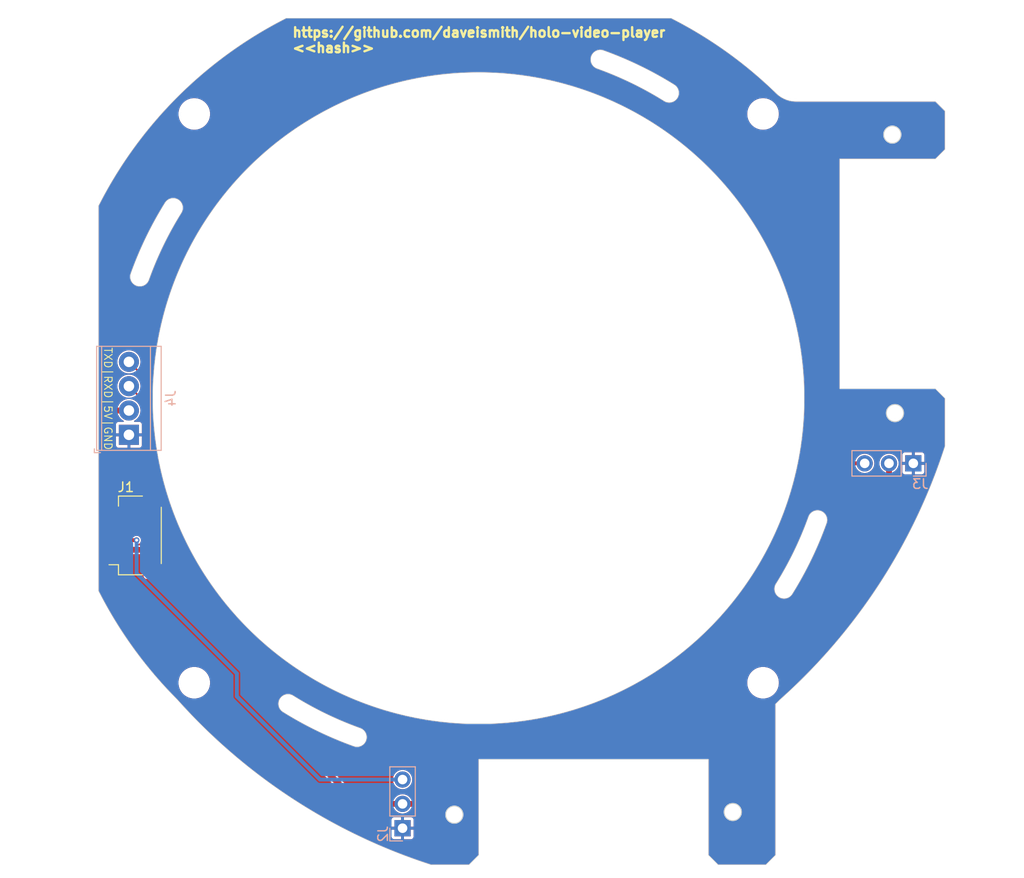
<source format=kicad_pcb>
(kicad_pcb (version 20240108) (generator "pcbnew") (generator_version "8.0")
  (layers (0 "F.Cu" signal) (31 "B.Cu" signal) (34 "B.Paste" user) (35 "F.Paste" user) (36 "B.SilkS" user "B.Silkscreen") (37 "F.SilkS" user "F.Silkscreen") (38 "B.Mask" user) (39 "F.Mask" user) (44 "Edge.Cuts" user))
  (net 0 "")
  (net 1 "/SERVO_X")
  (net 2 "/SERVO_Y")
  (net 3 "/5V")
  (net 4 "/GND")
  (net 5 "/TXD")
  (net 6 "/RXD")
  (footprint "" (layer "F.Cu") (at 114.302619 70.805116)
    (property "Reference" "@HOLE0" (hide yes))
    (property "Value" "")
    (pad "" np_thru_hole circle (at 0 0) (size 2.8 2.8) (drill 2.8) (layers "*.Cu" "*.Mask"))
  )
  (footprint "" (layer "F.Cu") (at 173.699587 70.805116)
    (property "Reference" "@HOLE1" (hide yes))
    (property "Value" "")
    (pad "" np_thru_hole circle (at 0 0) (size 2.8 2.8) (drill 2.8) (layers "*.Cu" "*.Mask"))
  )
  (footprint "" (layer "F.Cu") (at 114.302619 130.202084)
    (property "Reference" "@HOLE2" (hide yes))
    (property "Value" "")
    (pad "" np_thru_hole circle (at 0 0) (size 2.8 2.8) (drill 2.8) (layers "*.Cu" "*.Mask"))
  )
  (footprint "" (layer "F.Cu") (at 173.699587 130.202084)
    (property "Reference" "@HOLE3" (hide yes))
    (property "Value" "")
    (pad "" np_thru_hole circle (at 0 0) (size 2.8 2.8) (drill 2.8) (layers "*.Cu" "*.Mask"))
  )
  (footprint "Connector_JST:JST_SH_SM06B-SRSS-TB_1x06-1MP_P1.00mm_Horizontal" (layer "F.Cu") (at 108.172 114.8188 90)
    (property "Reference" "J1" (at 5.04 -1.0094 180) (layer "F.SilkS"))
    (property "Value" "Conn_01x06_Pin")
    (fp_line (start 4.11 -1.785) (end 3.06 -1.785) (stroke (width 0.12)) (layer "F.SilkS"))
    (fp_line (start -3.06 -1.785) (end -3.06 -2.775) (stroke (width 0.12)) (layer "F.SilkS"))
    (fp_line (start -4.11 -1.785) (end -3.06 -1.785) (stroke (width 0.12)) (layer "F.SilkS"))
    (fp_line (start 4.11 0.715) (end 4.11 -1.785) (stroke (width 0.12)) (layer "F.SilkS"))
    (fp_line (start -4.11 0.715) (end -4.11 -1.785) (stroke (width 0.12)) (layer "F.SilkS"))
    (fp_line (start -2.94 2.685) (end 2.94 2.685) (stroke (width 0.12)) (layer "F.SilkS"))
    (pad "1" smd roundrect (at -2.5 -2 90) (size 0.6 1.55) (layers "F.Cu" "F.Paste" "F.Mask") (net 4 "/GND"))
    (pad "2" smd roundrect (at -1.5 -2 90) (size 0.6 1.55) (layers "F.Cu" "F.Paste" "F.Mask") (net 3 "/5V"))
    (pad "3" smd roundrect (at -0.5 -2 90) (size 0.6 1.55) (layers "F.Cu" "F.Paste" "F.Mask") (net 1 "/SERVO_X"))
    (pad "4" smd roundrect (at 0.5 -2 90) (size 0.6 1.55) (layers "F.Cu" "F.Paste" "F.Mask") (net 2 "/SERVO_Y"))
    (pad "5" smd roundrect (at 1.5 -2 90) (size 0.6 1.55) (layers "F.Cu" "F.Paste" "F.Mask") (net 6 "/RXD"))
    (pad "6" smd roundrect (at 2.5 -2 90) (size 0.6 1.55) (layers "F.Cu" "F.Paste" "F.Mask") (net 5 "/TXD"))
    (pad "MP" smd roundrect (at -3.8 1.875 90) (size 1.2 1.8) (layers "F.Cu" "F.Paste" "F.Mask") (roundrect_rratio 0.208333))
    (pad "MP" smd roundrect (at 3.8 1.875 90) (size 1.2 1.8) (layers "F.Cu" "F.Paste" "F.Mask") (roundrect_rratio 0.208333))
  )
  (footprint "Connector_PinHeader_2.54mm:PinHeader_1x03_P2.54mm_Vertical" (layer "B.Cu") (at 189.392619 107.292084 90)
    (property "Reference" "J3" (at -2.156516 0.726381 0) (layer "B.SilkS") (effects (justify mirror)))
    (property "Value" "Conn_01x03_Pin")
    (fp_line (start 1.33 -6.41) (end -1.33 -6.41) (stroke (width 0.12)) (layer "B.SilkS"))
    (fp_line (start 1.33 -6.41) (end 1.33 -1.27) (stroke (width 0.12)) (layer "B.SilkS"))
    (fp_line (start -1.33 -6.41) (end -1.33 -1.27) (stroke (width 0.12)) (layer "B.SilkS"))
    (fp_line (start 1.33 -1.27) (end -1.33 -1.27) (stroke (width 0.12)) (layer "B.SilkS"))
    (fp_line (start 0 1.33) (end -1.33 1.33) (stroke (width 0.12)) (layer "B.SilkS"))
    (fp_line (start -1.33 1.33) (end -1.33 0) (stroke (width 0.12)) (layer "B.SilkS"))
    (pad "1" thru_hole rect (at 0 0 90) (size 1.7 1.7) (drill 1) (layers "*.Cu" "*.Mask") (net 4 "/GND"))
    (pad "2" thru_hole oval (at 0 -2.54 90) (size 1.7 1.7) (drill 1) (layers "*.Cu" "*.Mask") (net 3 "/5V"))
    (pad "3" thru_hole oval (at 0 -5.08 90) (size 1.7 1.7) (drill 1) (layers "*.Cu" "*.Mask") (net 2 "/SERVO_Y"))
  )
  (footprint "Connector_PinHeader_2.54mm:PinHeader_1x03_P2.54mm_Vertical" (layer "B.Cu") (at 136.052619 145.392084)
    (property "Reference" "J2" (at -2.042219 0.607116 90) (layer "B.SilkS") (effects (justify mirror)))
    (property "Value" "Conn_01x03_Pin")
    (fp_line (start -1.33 -6.41) (end -1.33 -1.27) (stroke (width 0.12)) (layer "B.SilkS"))
    (fp_line (start -1.33 1.33) (end -1.33 0) (stroke (width 0.12)) (layer "B.SilkS"))
    (fp_line (start 0 1.33) (end -1.33 1.33) (stroke (width 0.12)) (layer "B.SilkS"))
    (fp_line (start 1.33 -6.41) (end -1.33 -6.41) (stroke (width 0.12)) (layer "B.SilkS"))
    (fp_line (start 1.33 -6.41) (end 1.33 -1.27) (stroke (width 0.12)) (layer "B.SilkS"))
    (fp_line (start 1.33 -1.27) (end -1.33 -1.27) (stroke (width 0.12)) (layer "B.SilkS"))
    (pad "1" thru_hole rect (at 0 0) (size 1.7 1.7) (drill 1) (layers "*.Cu" "*.Mask") (net 4 "/GND"))
    (pad "2" thru_hole oval (at 0 -2.54) (size 1.7 1.7) (drill 1) (layers "*.Cu" "*.Mask") (net 3 "/5V"))
    (pad "3" thru_hole oval (at 0 -5.08) (size 1.7 1.7) (drill 1) (layers "*.Cu" "*.Mask") (net 1 "/SERVO_X"))
  )
  (footprint "TerminalBlock_TE-Connectivity:TerminalBlock_TE_282834-4_1x04_P2.54mm_Horizontal" (layer "B.Cu") (at 107.477619 104.313603 90)
    (property "Reference" "J4" (at 3.81 4.37 90) (layer "B.SilkS") (effects (justify mirror)))
    (property "Value" "Screw_Terminal_01x04")
    (fp_line (start -1.46 -3.61) (end -1.86 -3.61) (stroke (width 0.12)) (layer "B.SilkS"))
    (fp_line (start -1.86 -3.61) (end -1.86 -2.97) (stroke (width 0.12)) (layer "B.SilkS"))
    (fp_line (start 9.241 -3.37) (end -1.62 -3.37) (stroke (width 0.12)) (layer "B.SilkS"))
    (fp_line (start 9.241 -3.37) (end 9.241 3.37) (stroke (width 0.12)) (layer "B.SilkS"))
    (fp_line (start -1.62 -3.37) (end -1.62 3.37) (stroke (width 0.12)) (layer "B.SilkS"))
    (fp_line (start 9.241 -2.85) (end -1.62 -2.85) (stroke (width 0.12)) (layer "B.SilkS"))
    (fp_line (start 9.241 2.25) (end -1.62 2.25) (stroke (width 0.12)) (layer "B.SilkS"))
    (fp_line (start 9.241 3.37) (end -1.62 3.37) (stroke (width 0.12)) (layer "B.SilkS"))
    (pad "1" thru_hole rect (at 0 0 90) (size 2.1 2.1) (drill 1.1) (layers "*.Cu" "*.Mask") (net 4 "/GND"))
    (pad "2" thru_hole circle (at 2.54 0 90) (size 2.1 2.1) (drill 1.1) (layers "*.Cu" "*.Mask") (net 3 "/5V"))
    (pad "3" thru_hole circle (at 5.08 0 90) (size 2.1 2.1) (drill 1.1) (layers "*.Cu" "*.Mask") (net 5 "/TXD"))
    (pad "4" thru_hole circle (at 7.62 0 90) (size 2.1 2.1) (drill 1.1) (layers "*.Cu" "*.Mask") (net 6 "/RXD"))
  )
  (gr_line (start 192.699587 70.503603) (end 192.699587 74.503603) (stroke (width 0.05)) (layer "Edge.Cuts"))
  (gr_arc (start 112.53485 131.969853) (mid 107.968275 126.616536) (end 104.302619 120.610325) (stroke (width 0.05)) (layer "Edge.Cuts"))
  (gr_arc (start 131.637278 134.948491) (mid 128.042777 133.437573) (end 124.629428 131.552803) (stroke (width 0.05)) (layer "Edge.Cuts"))
  (gr_arc (start 130.961597 136.830897) (mid 127.170657 135.237407) (end 123.570769 133.249634) (stroke (width 0.05)) (layer "Edge.Cuts"))
  (gr_arc (start 109.556209 88.139783) (mid 108.277169 88.743143) (end 107.673809 87.464103) (stroke (width 0.05)) (layer "Edge.Cuts"))
  (gr_arc (start 104.302613 80.396881) (mid 112.534847 69.03735) (end 123.894378 60.805116) (stroke (width 0.05)) (layer "Edge.Cuts"))
  (gr_arc (start 178.445988 112.867426) (mid 179.725031 112.264061) (end 180.3284 113.543103) (stroke (width 0.05)) (layer "Edge.Cuts"))
  (gr_line (start 143.0011 149.202084) (end 139.0011 149.202084) (stroke (width 0.05)) (layer "Edge.Cuts"))
  (gr_arc (start 177.171119 69.503606) (mid 176.040213 69.282285) (end 175.076169 68.650975) (stroke (width 0.05)) (layer "Edge.Cuts"))
  (gr_arc (start 107.673806 87.464103) (mid 109.267296 83.673163) (end 111.255069 80.073275) (stroke (width 0.05)) (layer "Edge.Cuts"))
  (gr_line (start 191.699587 99.503603) (end 181.699587 99.503603) (stroke (width 0.05)) (layer "Edge.Cuts"))
  (gr_line (start 181.699587 99.503603) (end 181.699587 75.503603) (stroke (width 0.05)) (layer "Edge.Cuts"))
  (gr_line (start 192.699587 100.503603) (end 192.699587 105.503603) (stroke (width 0.05)) (layer "Edge.Cuts"))
  (gr_line (start 168.0011 148.202084) (end 169.0011 149.202084) (stroke (width 0.05)) (layer "Edge.Cuts"))
  (gr_circle (center 141.4611 143.979416) (end 142.3611 143.979416) (stroke (width 0.1)) (fill none) (layer "Edge.Cuts"))
  (gr_arc (start 176.747127 120.933935) (mid 175.369381 121.253023) (end 175.0503 119.875275) (stroke (width 0.05)) (layer "Edge.Cuts"))
  (gr_arc (start 178.445987 112.867425) (mid 176.93507 116.461926) (end 175.0503 119.875275) (stroke (width 0.05)) (layer "Edge.Cuts"))
  (gr_line (start 144.0011 148.202084) (end 144.0011 138.202084) (stroke (width 0.05)) (layer "Edge.Cuts"))
  (gr_arc (start 111.255069 80.073275) (mid 112.632813 79.754191) (end 112.9519 81.131934) (stroke (width 0.05)) (layer "Edge.Cuts"))
  (gr_line (start 192.699587 100.503603) (end 191.699587 99.503603) (stroke (width 0.05)) (layer "Edge.Cuts"))
  (gr_line (start 174.0011 149.202084) (end 169.0011 149.202084) (stroke (width 0.05)) (layer "Edge.Cuts"))
  (gr_arc (start 109.556209 88.139784) (mid 111.067129 84.545283) (end 112.9519 81.131934) (stroke (width 0.05)) (layer "Edge.Cuts"))
  (gr_line (start 143.0011 149.202084) (end 144.0011 148.202084) (stroke (width 0.05)) (layer "Edge.Cuts"))
  (gr_arc (start 156.364919 66.058713) (mid 159.95942 67.569632) (end 163.372769 69.454403) (stroke (width 0.05)) (layer "Edge.Cuts"))
  (gr_arc (start 156.36492 66.058715) (mid 155.761554 64.779669) (end 157.0406 64.176303) (stroke (width 0.05)) (layer "Edge.Cuts"))
  (gr_arc (start 164.431425 67.757577) (mid 164.75051 69.135318) (end 163.372769 69.454403) (stroke (width 0.05)) (layer "Edge.Cuts"))
  (gr_arc (start 180.328394 113.5431) (mid 178.734903 117.334043) (end 176.747128 120.933934) (stroke (width 0.05)) (layer "Edge.Cuts"))
  (gr_arc (start 157.040597 64.176309) (mid 160.831539 65.7698) (end 164.431428 67.757575) (stroke (width 0.05)) (layer "Edge.Cuts"))
  (gr_line (start 175.0011 132.429294) (end 175.0011 148.202084) (stroke (width 0.05)) (layer "Edge.Cuts"))
  (gr_arc (start 175.46735 131.969853) (mid 175.23507 132.200431) (end 175.0011 132.429294) (stroke (width 0.05)) (layer "Edge.Cuts"))
  (gr_arc (start 123.570768 133.249634) (mid 123.251682 131.871888) (end 124.629428 131.552803) (stroke (width 0.05)) (layer "Edge.Cuts"))
  (gr_line (start 191.699587 75.503603) (end 192.699587 74.503603) (stroke (width 0.05)) (layer "Edge.Cuts"))
  (gr_circle (center 187.476909 102.043603) (end 188.376909 102.043603) (stroke (width 0.1)) (fill none) (layer "Edge.Cuts"))
  (gr_line (start 192.699587 70.503603) (end 191.699587 69.503603) (stroke (width 0.05)) (layer "Edge.Cuts"))
  (gr_circle (center 187.199587 72.963603) (end 188.099587 72.963603) (stroke (width 0.1)) (fill none) (layer "Edge.Cuts"))
  (gr_arc (start 192.699584 105.503603) (mid 185.848402 119.885881) (end 175.46735 131.969853) (stroke (width 0.05)) (layer "Edge.Cuts"))
  (gr_line (start 174.0011 149.202084) (end 175.0011 148.202084) (stroke (width 0.05)) (layer "Edge.Cuts"))
  (gr_arc (start 131.637277 134.948495) (mid 132.240637 136.227533) (end 130.9616 136.830894) (stroke (width 0.05)) (layer "Edge.Cuts"))
  (gr_line (start 168.0011 138.202084) (end 168.0011 148.202084) (stroke (width 0.05)) (layer "Edge.Cuts"))
  (gr_line (start 164.107819 60.805116) (end 123.894378 60.805116) (stroke (width 0.05)) (layer "Edge.Cuts"))
  (gr_circle (center 170.5411 143.702084) (end 171.4411 143.702084) (stroke (width 0.1)) (fill none) (layer "Edge.Cuts"))
  (gr_arc (start 164.107819 60.805119) (mid 169.890928 64.310143) (end 175.076169 68.650975) (stroke (width 0.05)) (layer "Edge.Cuts"))
  (gr_arc (start 139.0011 149.202084) (mid 124.618822 142.350904) (end 112.53485 131.969853) (stroke (width 0.05)) (layer "Edge.Cuts"))
  (gr_line (start 104.302619 80.396884) (end 104.302619 120.610325) (stroke (width 0.05)) (layer "Edge.Cuts"))
  (gr_line (start 144.0011 138.202084) (end 168.0011 138.202084) (stroke (width 0.05)) (layer "Edge.Cuts"))
  (gr_arc (start 142.782619 134.480734) (mid 143.987619 66.466749) (end 145.192619 134.480734) (stroke (width 0.05)) (layer "Edge.Cuts"))
  (gr_line (start 181.699587 75.503603) (end 191.699587 75.503603) (stroke (width 0.05)) (layer "Edge.Cuts"))
  (gr_line (start 142.782619 134.480734) (end 145.192619 134.480734) (stroke (width 0.05)) (layer "Edge.Cuts"))
  (gr_line (start 177.171119 69.503603) (end 191.699587 69.503603) (stroke (width 0.05)) (layer "Edge.Cuts"))
  (gr_text "https://github.com/daveismith/holo-video-player\n<<hash>>" (at 124.4346 64.4906 0) (layer "F.SilkS") (effects (font (size 1 1) (thickness 0.25) (bold yes)) (justify left bottom)))
  (gr_text "TXD|RXD|5V|GND" (at 104.8258 95.123 -90) (layer "F.SilkS") (effects (font (size 0.8 0.8) (thickness 0.1)) (justify left bottom)))
  (segment (start 108.2802 115.316) (end 106.1748 115.316) (width 0.4064) (layer "F.Cu") (net 1))
  (segment (start 106.1748 115.316) (end 106.172 115.3188) (width 0.4064) (layer "F.Cu") (net 1))
  (via (at 108.2802 115.316) (size 0.6) (drill 0.3) (layers "F.Cu" "B.Cu") (net 1))
  (segment (start 118.748869 129.239272) (end 118.748869 131.620522) (width 0.4064) (layer "B.Cu") (net 1))
  (segment (start 127.440431 140.312084) (end 136.052619 140.312084) (width 0.4064) (layer "B.Cu") (net 1))
  (segment (start 108.2802 115.316) (end 108.2802 118.770603) (width 0.4064) (layer "B.Cu") (net 1))
  (segment (start 118.748869 131.620522) (end 127.440431 140.312084) (width 0.4064) (layer "B.Cu") (net 1))
  (segment (start 108.2802 118.770603) (end 118.748869 129.239272) (width 0.4064) (layer "B.Cu") (net 1))
  (segment (start 151.133869 134.716147) (end 147.006369 135.470209) (width 0.4064) (layer "F.Cu") (net 2))
  (segment (start 177.010119 111.419584) (end 175.740119 114.753334) (width 0.4064) (layer "F.Cu") (net 2))
  (segment (start 119.701369 125.389584) (end 117.161369 122.532084) (width 0.4064) (layer "F.Cu") (net 2))
  (segment (start 175.740119 114.753334) (end 173.993869 118.087084) (width 0.4064) (layer "F.Cu") (net 2))
  (segment (start 177.962619 107.609584) (end 178.280119 107.292084) (width 0.4064) (layer "F.Cu") (net 2))
  (segment (start 125.575119 129.993334) (end 122.400119 127.770834) (width 0.4064) (layer "F.Cu") (net 2))
  (segment (start 117.161369 122.532084) (end 114.938869 119.674584) (width 0.4064) (layer "F.Cu") (net 2))
  (segment (start 161.651056 130.707709) (end 158.158556 132.453959) (width 0.4064) (layer "F.Cu") (net 2))
  (segment (start 139.108556 135.152709) (end 135.616056 134.517709) (width 0.4064) (layer "F.Cu") (net 2))
  (segment (start 177.962619 107.609584) (end 177.010119 111.419584) (width 0.4064) (layer "F.Cu") (net 2))
  (segment (start 147.006369 135.470209) (end 143.355119 135.628959) (width 0.4064) (layer "F.Cu") (net 2))
  (segment (start 158.158556 132.453959) (end 154.467619 133.922397) (width 0.4064) (layer "F.Cu") (net 2))
  (segment (start 154.467619 133.922397) (end 151.133869 134.716147) (width 0.4064) (layer "F.Cu") (net 2))
  (segment (start 171.930119 121.103334) (end 169.906056 123.881459) (width 0.4064) (layer "F.Cu") (net 2))
  (segment (start 113.668869 117.610834) (end 110.376835 114.3188) (width 0.4064) (layer "F.Cu") (net 2))
  (segment (start 169.906056 123.881459) (end 166.453244 127.294584) (width 0.4064) (layer "F.Cu") (net 2))
  (segment (start 132.083869 133.168334) (end 128.750119 131.739584) (width 0.4064) (layer "F.Cu") (net 2))
  (segment (start 135.616056 134.517709) (end 132.083869 133.168334) (width 0.4064) (layer "F.Cu") (net 2))
  (segment (start 122.400119 127.770834) (end 119.701369 125.389584) (width 0.4064) (layer "F.Cu") (net 2))
  (segment (start 166.453244 127.294584) (end 163.595744 129.517084) (width 0.4064) (layer "F.Cu") (net 2))
  (segment (start 128.750119 131.739584) (end 125.575119 129.993334) (width 0.4064) (layer "F.Cu") (net 2))
  (segment (start 163.595744 129.517084) (end 161.651056 130.707709) (width 0.4064) (layer "F.Cu") (net 2))
  (segment (start 110.376835 114.3188) (end 106.172 114.3188) (width 0.4064) (layer "F.Cu") (net 2))
  (segment (start 173.993869 118.087084) (end 171.930119 121.103334) (width 0.4064) (layer "F.Cu") (net 2))
  (segment (start 143.355119 135.628959) (end 139.108556 135.152709) (width 0.4064) (layer "F.Cu") (net 2))
  (segment (start 178.280119 107.292084) (end 184.312619 107.292084) (width 0.4064) (layer "F.Cu") (net 2))
  (arc (start 114.938869 119.674584) (mid 114.255173 118.672676) (end 113.668869 117.610834) (width 0.4064) (layer "F.Cu") (net 2))
  (segment (start 176.216369 125.191147) (end 186.852619 114.554897) (width 0.6096) (layer "F.Cu") (net 3))
  (segment (start 120.523 128.3208) (end 120.523 131.8768) (width 0.6096) (layer "F.Cu") (net 3))
  (segment (start 112.861609 119.426349) (end 112.861609 120.659409) (width 0.6096) (layer "F.Cu") (net 3))
  (segment (start 107.477619 101.773603) (end 107.3912 101.860022) (width 0.6096) (layer "F.Cu") (net 3))
  (segment (start 186.852619 114.554897) (end 186.852619 107.292084) (width 0.6096) (layer "F.Cu") (net 3))
  (segment (start 139.227619 138.089584) (end 140.021369 137.295834) (width 0.6096) (layer "F.Cu") (net 3))
  (segment (start 107.477619 101.773603) (end 108.326803 101.773603) (width 0.2) (layer "F.Cu") (net 3))
  (segment (start 109.75406 116.3188) (end 112.861609 119.426349) (width 0.6096) (layer "F.Cu") (net 3))
  (segment (start 139.227619 141.848781) (end 139.227619 138.089584) (width 0.6096) (layer "F.Cu") (net 3))
  (segment (start 106.172 116.3188) (end 109.75406 116.3188) (width 0.6096) (layer "F.Cu") (net 3))
  (segment (start 104.9398 102.6544) (end 105.820597 101.773603) (width 0.6096) (layer "F.Cu") (net 3))
  (segment (start 169.588556 127.493022) (end 171.890431 125.191147) (width 0.6096) (layer "F.Cu") (net 3))
  (segment (start 140.021369 137.295834) (end 168.953556 137.256147) (width 0.6096) (layer "F.Cu") (net 3))
  (segment (start 105.820597 101.773603) (end 107.477619 101.773603) (width 0.6096) (layer "F.Cu") (net 3))
  (segment (start 136.052619 142.852084) (end 138.224316 142.852084) (width 0.6096) (layer "F.Cu") (net 3))
  (segment (start 131.498284 142.852084) (end 136.052619 142.852084) (width 0.6096) (layer "F.Cu") (net 3))
  (segment (start 171.890431 125.191147) (end 176.216369 125.191147) (width 0.6096) (layer "F.Cu") (net 3))
  (segment (start 138.224316 142.852084) (end 139.227619 141.848781) (width 0.6096) (layer "F.Cu") (net 3))
  (segment (start 168.953556 137.256147) (end 169.588556 136.621147) (width 0.6096) (layer "F.Cu") (net 3))
  (segment (start 120.523 131.8768) (end 131.498284 142.852084) (width 0.6096) (layer "F.Cu") (net 3))
  (segment (start 169.588556 136.621147) (end 169.588556 127.493022) (width 0.6096) (layer "F.Cu") (net 3))
  (segment (start 112.861609 120.659409) (end 120.523 128.3208) (width 0.6096) (layer "F.Cu") (net 3))
  (segment (start 106.172 116.3188) (end 105.534132 116.3188) (width 0.6096) (layer "F.Cu") (net 3))
  (segment (start 104.9398 115.724468) (end 104.9398 102.6544) (width 0.6096) (layer "F.Cu") (net 3))
  (segment (start 105.534132 116.3188) (end 104.9398 115.724468) (width 0.6096) (layer "F.Cu") (net 3))
  (segment (start 107.4928 111.9124) (end 107.4928 108.1278) (width 0.2) (layer "F.Cu") (net 5))
  (segment (start 107.0864 112.3188) (end 107.4928 111.9124) (width 0.2) (layer "F.Cu") (net 5))
  (segment (start 109.3216 101.077584) (end 107.477619 99.233603) (width 0.2) (layer "F.Cu") (net 5))
  (segment (start 109.3216 106.299) (end 109.3216 101.077584) (width 0.2) (layer "F.Cu") (net 5))
  (segment (start 106.172 112.3188) (end 107.0864 112.3188) (width 0.2) (layer "F.Cu") (net 5))
  (segment (start 107.4928 108.1278) (end 109.3216 106.299) (width 0.2) (layer "F.Cu") (net 5))
  (segment (start 109.674 106.444969) (end 109.674 98.889984) (width 0.2) (layer "F.Cu") (net 6))
  (segment (start 107.8992 108.219768) (end 109.202485 106.916484) (width 0.2) (layer "F.Cu") (net 6))
  (segment (start 109.202485 106.916484) (end 109.674 106.444969) (width 0.2) (layer "F.Cu") (net 6))
  (segment (start 107.8992 112.776) (end 107.8992 108.219768) (width 0.2) (layer "F.Cu") (net 6))
  (segment (start 107.3564 113.3188) (end 107.8992 112.776) (width 0.2) (layer "F.Cu") (net 6))
  (segment (start 109.674 98.889984) (end 107.477619 96.693603) (width 0.2) (layer "F.Cu") (net 6))
  (segment (start 106.172 113.3188) (end 107.3564 113.3188) (width 0.2) (layer "F.Cu") (net 6))
  (zone (net 4) (net_name "/GND") (layers "F&B.Cu") (priority 6) (connect_pads (clearance 0.000001)) (min_thickness 0.127) (fill yes (thermal_gap 0.304) (thermal_bridge_width 0.304))
    (polygon (pts (xy 200.949619 150.599084) (xy 94.015619 150.599084) (xy 94.015619 58.905084) (xy 200.949619 58.905084)))
  )
)
</source>
